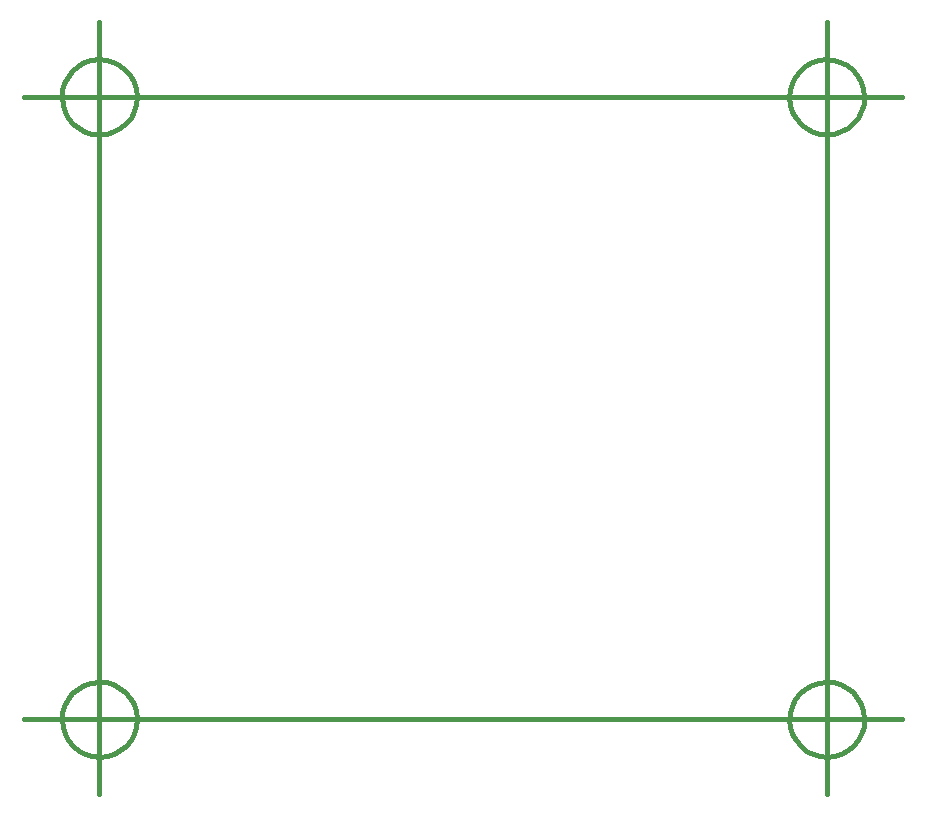
<source format=gbr>
G04 (created by PCBNEW-RS274X (20100402 SVN-R2504)-final) date Sun 11 Apr 2010 05:01:01 PM CEST*
G01*
G70*
G90*
%MOIN*%
G04 Gerber Fmt 3.4, Leading zero omitted, Abs format*
%FSLAX34Y34*%
G04 APERTURE LIST*
%ADD10C,0.001000*%
%ADD11C,0.015000*%
G04 APERTURE END LIST*
G54D10*
G54D11*
X80250Y-24500D02*
X80226Y-24742D01*
X80155Y-24976D01*
X80041Y-25191D01*
X79886Y-25380D01*
X79698Y-25536D01*
X79484Y-25652D01*
X79251Y-25724D01*
X79008Y-25749D01*
X78766Y-25727D01*
X78532Y-25658D01*
X78316Y-25545D01*
X78126Y-25393D01*
X77969Y-25206D01*
X77852Y-24992D01*
X77778Y-24759D01*
X77751Y-24517D01*
X77771Y-24275D01*
X77838Y-24040D01*
X77950Y-23823D01*
X78101Y-23632D01*
X78287Y-23474D01*
X78500Y-23355D01*
X78732Y-23280D01*
X78974Y-23251D01*
X79217Y-23269D01*
X79452Y-23335D01*
X79669Y-23445D01*
X79862Y-23595D01*
X80021Y-23780D01*
X80141Y-23992D01*
X80218Y-24224D01*
X80249Y-24466D01*
X80250Y-24500D01*
X76500Y-24500D02*
X81500Y-24500D01*
X79000Y-22000D02*
X79000Y-27000D01*
X56000Y-24500D02*
X55976Y-24742D01*
X55905Y-24976D01*
X55791Y-25191D01*
X55636Y-25380D01*
X55448Y-25536D01*
X55234Y-25652D01*
X55001Y-25724D01*
X54758Y-25749D01*
X54516Y-25727D01*
X54282Y-25658D01*
X54066Y-25545D01*
X53876Y-25393D01*
X53719Y-25206D01*
X53602Y-24992D01*
X53528Y-24759D01*
X53501Y-24517D01*
X53521Y-24275D01*
X53588Y-24040D01*
X53700Y-23823D01*
X53851Y-23632D01*
X54037Y-23474D01*
X54250Y-23355D01*
X54482Y-23280D01*
X54724Y-23251D01*
X54967Y-23269D01*
X55202Y-23335D01*
X55419Y-23445D01*
X55612Y-23595D01*
X55771Y-23780D01*
X55891Y-23992D01*
X55968Y-24224D01*
X55999Y-24466D01*
X56000Y-24500D01*
X52250Y-24500D02*
X57250Y-24500D01*
X54750Y-22000D02*
X54750Y-27000D01*
X56000Y-45250D02*
X55976Y-45492D01*
X55905Y-45726D01*
X55791Y-45941D01*
X55636Y-46130D01*
X55448Y-46286D01*
X55234Y-46402D01*
X55001Y-46474D01*
X54758Y-46499D01*
X54516Y-46477D01*
X54282Y-46408D01*
X54066Y-46295D01*
X53876Y-46143D01*
X53719Y-45956D01*
X53602Y-45742D01*
X53528Y-45509D01*
X53501Y-45267D01*
X53521Y-45025D01*
X53588Y-44790D01*
X53700Y-44573D01*
X53851Y-44382D01*
X54037Y-44224D01*
X54250Y-44105D01*
X54482Y-44030D01*
X54724Y-44001D01*
X54967Y-44019D01*
X55202Y-44085D01*
X55419Y-44195D01*
X55612Y-44345D01*
X55771Y-44530D01*
X55891Y-44742D01*
X55968Y-44974D01*
X55999Y-45216D01*
X56000Y-45250D01*
X52250Y-45250D02*
X57250Y-45250D01*
X54750Y-42750D02*
X54750Y-47750D01*
X80250Y-45250D02*
X80226Y-45492D01*
X80155Y-45726D01*
X80041Y-45941D01*
X79886Y-46130D01*
X79698Y-46286D01*
X79484Y-46402D01*
X79251Y-46474D01*
X79008Y-46499D01*
X78766Y-46477D01*
X78532Y-46408D01*
X78316Y-46295D01*
X78126Y-46143D01*
X77969Y-45956D01*
X77852Y-45742D01*
X77778Y-45509D01*
X77751Y-45267D01*
X77771Y-45025D01*
X77838Y-44790D01*
X77950Y-44573D01*
X78101Y-44382D01*
X78287Y-44224D01*
X78500Y-44105D01*
X78732Y-44030D01*
X78974Y-44001D01*
X79217Y-44019D01*
X79452Y-44085D01*
X79669Y-44195D01*
X79862Y-44345D01*
X80021Y-44530D01*
X80141Y-44742D01*
X80218Y-44974D01*
X80249Y-45216D01*
X80250Y-45250D01*
X76500Y-45250D02*
X81500Y-45250D01*
X79000Y-42750D02*
X79000Y-47750D01*
X79000Y-24500D02*
X54750Y-24500D01*
X79000Y-45250D02*
X54750Y-45250D01*
X79000Y-29500D02*
X79000Y-45250D01*
X79000Y-29500D02*
X79000Y-24500D01*
X54750Y-44750D02*
X54750Y-45250D01*
X54750Y-24500D02*
X54750Y-25750D01*
X54750Y-25750D02*
X54750Y-44750D01*
M02*

</source>
